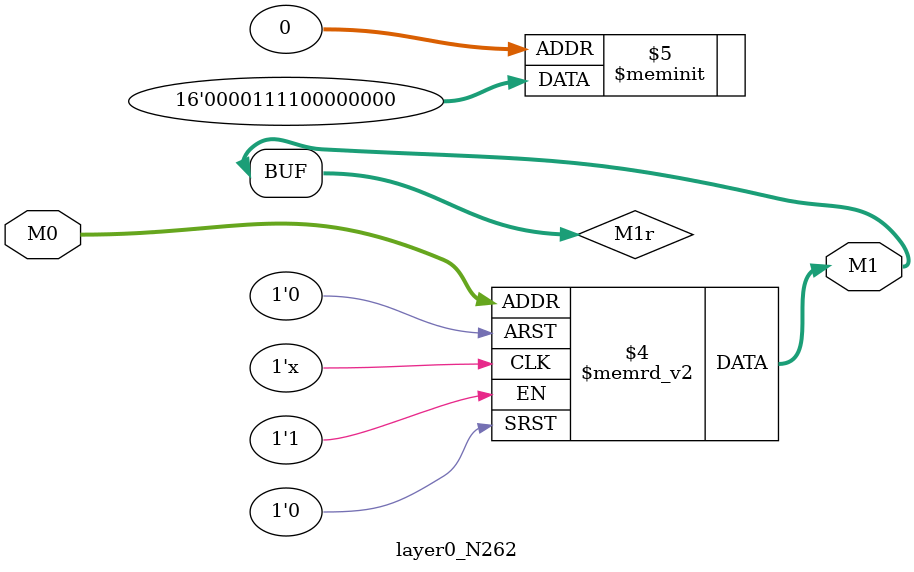
<source format=v>
module layer0_N262 ( input [2:0] M0, output [1:0] M1 );

	(*rom_style = "distributed" *) reg [1:0] M1r;
	assign M1 = M1r;
	always @ (M0) begin
		case (M0)
			3'b000: M1r = 2'b00;
			3'b100: M1r = 2'b11;
			3'b010: M1r = 2'b00;
			3'b110: M1r = 2'b00;
			3'b001: M1r = 2'b00;
			3'b101: M1r = 2'b11;
			3'b011: M1r = 2'b00;
			3'b111: M1r = 2'b00;

		endcase
	end
endmodule

</source>
